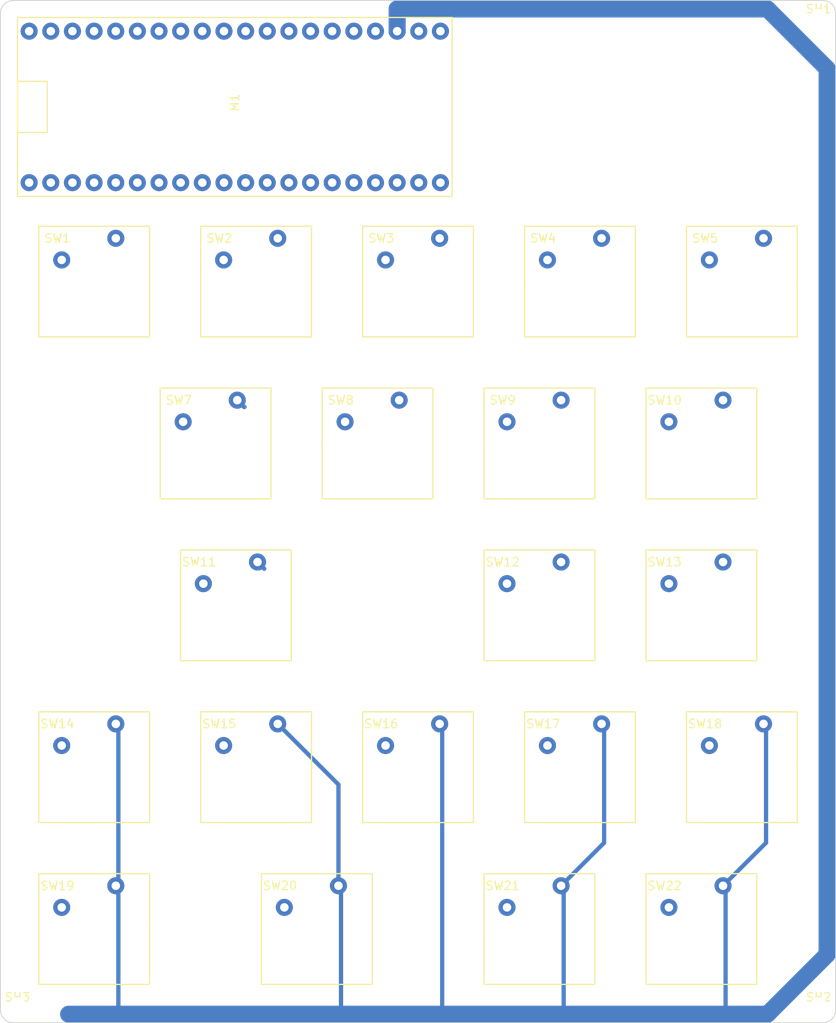
<source format=kicad_pcb>
(kicad_pcb (version 20240108) (generator "pcbnew") (generator_version "8.0")
  (layers (0 "F.Cu" signal) (31 "B.Cu" signal) (34 "B.Paste" user) (35 "F.Paste" user) (36 "B.SilkS" user "B.Silkscreen") (37 "F.SilkS" user "F.Silkscreen") (38 "B.Mask" user) (39 "F.Mask" user) (44 "Edge.Cuts" user))
  (net 0 "")
  (net 1 "GP0")
  (net 2 "GP1")
  (net 3 "GND0")
  (net 4 "GP2")
  (net 5 "GP3")
  (net 6 "GP4")
  (net 7 "GP5")
  (net 8 "GND1")
  (net 9 "GP6")
  (net 10 "GP7")
  (net 11 "GP8")
  (net 12 "GP9")
  (net 13 "GND2")
  (net 14 "GP10")
  (net 15 "GP11")
  (net 16 "GP12")
  (net 17 "GP13")
  (net 18 "GND3")
  (net 19 "GP14")
  (net 20 "GP15")
  (net 21 "GP16")
  (net 22 "GP17")
  (net 23 "GND4")
  (net 24 "GP18")
  (net 25 "GP19")
  (net 26 "GP20")
  (net 27 "GP21")
  (net 28 "GND5")
  (net 29 "GP22")
  (net 30 "RUN")
  (net 31 "GP26")
  (net 32 "GP27")
  (net 33 "GND6")
  (net 34 "GP28")
  (net 35 "VREF")
  (net 36 "3V3")
  (net 37 "3V3_EN")
  (net 38 "GND7")
  (net 39 "VSYS")
  (net 40 "VBUS")
  (footprint "footprint:screwhole" (layer "F.Cu") (at 96 2)
    (property "Reference" "SH1" (at 0 -1 0) (layer "F.SilkS"))
    (property "Value" "SCREW_HOLE" (hide yes))
    (pad "" np_thru_hole circle (at 0 0) (size 2 2) (drill 2) (layers "*.Cu" "*.Mask"))
  )
  (footprint "footprint:keyswitch" (layer "F.Cu") (at 11 33)
    (property "Reference" "SW1" (at -4.318 -5.08 0) (layer "F.SilkS"))
    (property "Value" "SW_Push" (hide yes))
    (fp_line (start -6.5 -6.5) (end 6.5 -6.5) (stroke (width 0.15)) (layer "F.SilkS"))
    (fp_line (start -6.5 6.5) (end -6.5 -6.5) (stroke (width 0.15)) (layer "F.SilkS"))
    (fp_line (start 6.5 -6.5) (end 6.5 6.5) (stroke (width 0.15)) (layer "F.SilkS"))
    (fp_line (start 6.5 6.5) (end -6.5 6.5) (stroke (width 0.15)) (layer "F.SilkS"))
    (pad "" np_thru_hole circle (at -5.08 0) (size 1.8 1.8) (drill 1.8) (layers "*.Cu" "*.Mask"))
    (pad "" np_thru_hole circle (at 0 0) (size 4 4) (drill 4) (layers "*.Cu" "*.Mask"))
    (pad "" np_thru_hole circle (at 5.08 0) (size 1.8 1.8) (drill 1.8) (layers "*.Cu" "*.Mask"))
    (pad "1" thru_hole circle (at -3.81 -2.54) (size 2 2) (drill 1) (layers "*.Cu" "*.Mask") (net 6 "GP4"))
    (pad "2" thru_hole circle (at 2.54 -5.08) (size 2 2) (drill 1) (layers "*.Cu" "*.Mask") (net 23 "GND4"))
  )
  (footprint "footprint:keyswitch" (layer "F.Cu") (at 30 33)
    (property "Reference" "SW2" (at -4.318 -5.08 0) (layer "F.SilkS"))
    (property "Value" "SW_Push" (hide yes))
    (fp_line (start -6.5 -6.5) (end 6.5 -6.5) (stroke (width 0.15)) (layer "F.SilkS"))
    (fp_line (start -6.5 6.5) (end -6.5 -6.5) (stroke (width 0.15)) (layer "F.SilkS"))
    (fp_line (start 6.5 -6.5) (end 6.5 6.5) (stroke (width 0.15)) (layer "F.SilkS"))
    (fp_line (start 6.5 6.5) (end -6.5 6.5) (stroke (width 0.15)) (layer "F.SilkS"))
    (pad "" np_thru_hole circle (at -5.08 0) (size 1.8 1.8) (drill 1.8) (layers "*.Cu" "*.Mask"))
    (pad "" np_thru_hole circle (at 0 0) (size 4 4) (drill 4) (layers "*.Cu" "*.Mask"))
    (pad "" np_thru_hole circle (at 5.08 0) (size 1.8 1.8) (drill 1.8) (layers "*.Cu" "*.Mask"))
    (pad "1" thru_hole circle (at -3.81 -2.54) (size 2 2) (drill 1) (layers "*.Cu" "*.Mask") (net 12 "GP9"))
    (pad "2" thru_hole circle (at 2.54 -5.08) (size 2 2) (drill 1) (layers "*.Cu" "*.Mask") (net 23 "GND4"))
  )
  (footprint "footprint:pipico" (layer "F.Cu") (at 27.5 12.5)
    (property "Reference" "M1" (at 0 -0.5 -90) (layer "F.SilkS"))
    (property "Value" "RasPiPico" (hide yes))
    (fp_line (start -25.5 -10.5) (end -25.5 10.5) (stroke (width 0.15)) (layer "F.SilkS"))
    (fp_line (start -25.5 -3) (end -25.5 3) (stroke (width 0.15)) (layer "F.SilkS"))
    (fp_line (start -25.5 3) (end -22 3) (stroke (width 0.15)) (layer "F.SilkS"))
    (fp_line (start -25.5 10.5) (end 25.5 10.5) (stroke (width 0.15)) (layer "F.SilkS"))
    (fp_line (start -22 -3) (end -25.5 -3) (stroke (width 0.15)) (layer "F.SilkS"))
    (fp_line (start -22 3) (end -22 -3) (stroke (width 0.15)) (layer "F.SilkS"))
    (fp_line (start 25.5 -10.5) (end -25.5 -10.5) (stroke (width 0.15)) (layer "F.SilkS"))
    (fp_line (start 25.5 10.5) (end 25.5 -10.5) (stroke (width 0.15)) (layer "F.SilkS"))
    (pad "1" thru_hole circle (at -24.13 8.89 270) (size 2 2) (drill 1) (layers "*.Cu" "*.Mask") (net 1 "GP0"))
    (pad "2" thru_hole circle (at -21.59 8.89 270) (size 2 2) (drill 1) (layers "*.Cu" "*.Mask") (net 2 "GP1"))
    (pad "3" thru_hole circle (at -19.05 8.89 270) (size 2 2) (drill 1) (layers "*.Cu" "*.Mask") (net 3 "GND0"))
    (pad "4" thru_hole circle (at -16.51 8.89 270) (size 2 2) (drill 1) (layers "*.Cu" "*.Mask") (net 4 "GP2"))
    (pad "5" thru_hole circle (at -13.97 8.89 270) (size 2 2) (drill 1) (layers "*.Cu" "*.Mask") (net 5 "GP3"))
    (pad "6" thru_hole circle (at -11.43 8.89 270) (size 2 2) (drill 1) (layers "*.Cu" "*.Mask") (net 6 "GP4"))
    (pad "7" thru_hole circle (at -8.89 8.89 270) (size 2 2) (drill 1) (layers "*.Cu" "*.Mask") (net 7 "GP5"))
    (pad "8" thru_hole circle (at -6.35 8.89 270) (size 2 2) (drill 1) (layers "*.Cu" "*.Mask") (net 8 "GND1"))
    (pad "9" thru_hole circle (at -3.81 8.89 270) (size 2 2) (drill 1) (layers "*.Cu" "*.Mask") (net 9 "GP6"))
    (pad "10" thru_hole circle (at -1.27 8.89 270) (size 2 2) (drill 1) (layers "*.Cu" "*.Mask") (net 10 "GP7"))
    (pad "11" thru_hole circle (at 1.27 8.89 270) (size 2 2) (drill 1) (layers "*.Cu" "*.Mask") (net 11 "GP8"))
    (pad "12" thru_hole circle (at 3.81 8.89 270) (size 2 2) (drill 1) (layers "*.Cu" "*.Mask") (net 12 "GP9"))
    (pad "13" thru_hole circle (at 6.35 8.89 270) (size 2 2) (drill 1) (layers "*.Cu" "*.Mask") (net 13 "GND2"))
    (pad "14" thru_hole circle (at 8.89 8.89 270) (size 2 2) (drill 1) (layers "*.Cu" "*.Mask") (net 14 "GP10"))
    (pad "15" thru_hole circle (at 11.43 8.89 270) (size 2 2) (drill 1) (layers "*.Cu" "*.Mask") (net 15 "GP11"))
    (pad "16" thru_hole circle (at 13.97 8.89 270) (size 2 2) (drill 1) (layers "*.Cu" "*.Mask") (net 16 "GP12"))
    (pad "17" thru_hole circle (at 16.51 8.898 270) (size 2 2) (drill 1) (layers "*.Cu" "*.Mask") (net 17 "GP13"))
    (pad "18" thru_hole circle (at 19.05 8.89 270) (size 2 2) (drill 1) (layers "*.Cu" "*.Mask") (net 18 "GND3"))
    (pad "19" thru_hole circle (at 21.59 8.89 270) (size 2 2) (drill 1) (layers "*.Cu" "*.Mask") (net 19 "GP14"))
    (pad "20" thru_hole circle (at 24.13 8.89 270) (size 2 2) (drill 1) (layers "*.Cu" "*.Mask") (net 20 "GP15"))
    (pad "21" thru_hole circle (at 24.13 -8.89 270) (size 2 2) (drill 1) (layers "*.Cu" "*.Mask") (net 21 "GP16"))
    (pad "22" thru_hole circle (at 21.59 -8.89 270) (size 2 2) (drill 1) (layers "*.Cu" "*.Mask") (net 22 "GP17"))
    (pad "23" thru_hole circle (at 19.05 -8.89 270) (size 2 2) (drill 1) (layers "*.Cu" "*.Mask") (net 23 "GND4"))
    (pad "24" thru_hole circle (at 16.51 -8.89 270) (size 2 2) (drill 1) (layers "*.Cu" "*.Mask") (net 24 "GP18"))
    (pad "25" thru_hole circle (at 13.97 -8.89 270) (size 2 2) (drill 1) (layers "*.Cu" "*.Mask") (net 25 "GP19"))
    (pad "26" thru_hole circle (at 11.43 -8.89 270) (size 2 2) (drill 1) (layers "*.Cu" "*.Mask") (net 26 "GP20"))
    (pad "27" thru_hole circle (at 8.89 -8.89 270) (size 2 2) (drill 1) (layers "*.Cu" "*.Mask") (net 27 "GP21"))
    (pad "28" thru_hole circle (at 6.35 -8.89 270) (size 2 2) (drill 1) (layers "*.Cu" "*.Mask") (net 28 "GND5"))
    (pad "29" thru_hole circle (at 3.81 -8.89 270) (size 2 2) (drill 1) (layers "*.Cu" "*.Mask") (net 29 "GP22"))
    (pad "30" thru_hole circle (at 1.27 -8.89 270) (size 2 2) (drill 1) (layers "*.Cu" "*.Mask") (net 30 "RUN"))
    (pad "31" thru_hole circle (at -1.27 -8.89 270) (size 2 2) (drill 1) (layers "*.Cu" "*.Mask") (net 31 "GP26"))
    (pad "32" thru_hole circle (at -3.81 -8.89 270) (size 2 2) (drill 1) (layers "*.Cu" "*.Mask") (net 32 "GP27"))
    (pad "33" thru_hole circle (at -6.35 -8.89 270) (size 2 2) (drill 1) (layers "*.Cu" "*.Mask") (net 33 "GND6"))
    (pad "34" thru_hole circle (at -8.89 -8.89 270) (size 2 2) (drill 1) (layers "*.Cu" "*.Mask") (net 34 "GP28"))
    (pad "35" thru_hole circle (at -11.43 -8.89 270) (size 2 2) (drill 1) (layers "*.Cu" "*.Mask") (net 35 "VREF"))
    (pad "36" thru_hole circle (at -13.97 -8.89 270) (size 2 2) (drill 1) (layers "*.Cu" "*.Mask") (net 36 "3V3"))
    (pad "37" thru_hole circle (at -16.51 -8.89 270) (size 2 2) (drill 1) (layers "*.Cu" "*.Mask") (net 37 "3V3_EN"))
    (pad "38" thru_hole circle (at -19.05 -8.89 270) (size 2 2) (drill 1) (layers "*.Cu" "*.Mask") (net 38 "GND7"))
    (pad "39" thru_hole circle (at -21.59 -8.89 270) (size 2 2) (drill 1) (layers "*.Cu" "*.Mask") (net 39 "VSYS"))
    (pad "40" thru_hole circle (at -24.13 -8.89 270) (size 2 2) (drill 1) (layers "*.Cu" "*.Mask") (net 40 "VBUS"))
  )
  (footprint "footprint:keyswitch" (layer "F.Cu") (at 49 33)
    (property "Reference" "SW3" (at -4.318 -5.08 0) (layer "F.SilkS"))
    (property "Value" "SW_Push" (hide yes))
    (fp_line (start -6.5 -6.5) (end 6.5 -6.5) (stroke (width 0.15)) (layer "F.SilkS"))
    (fp_line (start -6.5 6.5) (end -6.5 -6.5) (stroke (width 0.15)) (layer "F.SilkS"))
    (fp_line (start 6.5 -6.5) (end 6.5 6.5) (stroke (width 0.15)) (layer "F.SilkS"))
    (fp_line (start 6.5 6.5) (end -6.5 6.5) (stroke (width 0.15)) (layer "F.SilkS"))
    (pad "" np_thru_hole circle (at -5.08 0) (size 1.8 1.8) (drill 1.8) (layers "*.Cu" "*.Mask"))
    (pad "" np_thru_hole circle (at 0 0) (size 4 4) (drill 4) (layers "*.Cu" "*.Mask"))
    (pad "" np_thru_hole circle (at 5.08 0) (size 1.8 1.8) (drill 1.8) (layers "*.Cu" "*.Mask"))
    (pad "1" thru_hole circle (at -3.81 -2.54) (size 2 2) (drill 1) (layers "*.Cu" "*.Mask") (net 19 "GP14"))
    (pad "2" thru_hole circle (at 2.54 -5.08) (size 2 2) (drill 1) (layers "*.Cu" "*.Mask") (net 23 "GND4"))
  )
  (footprint "footprint:keyswitch" (layer "F.Cu") (at 37.125 109)
    (property "Reference" "SW20" (at -4.318 -5.08 0) (layer "F.SilkS"))
    (property "Value" "SW_Push" (hide yes))
    (fp_line (start -6.5 -6.5) (end 6.5 -6.5) (stroke (width 0.15)) (layer "F.SilkS"))
    (fp_line (start -6.5 6.5) (end -6.5 -6.5) (stroke (width 0.15)) (layer "F.SilkS"))
    (fp_line (start 6.5 -6.5) (end 6.5 6.5) (stroke (width 0.15)) (layer "F.SilkS"))
    (fp_line (start 6.5 6.5) (end -6.5 6.5) (stroke (width 0.15)) (layer "F.SilkS"))
    (pad "" np_thru_hole circle (at -5.08 0) (size 1.8 1.8) (drill 1.8) (layers "*.Cu" "*.Mask"))
    (pad "" np_thru_hole circle (at 0 0) (size 4 4) (drill 4) (layers "*.Cu" "*.Mask"))
    (pad "" np_thru_hole circle (at 5.08 0) (size 1.8 1.8) (drill 1.8) (layers "*.Cu" "*.Mask"))
    (pad "1" thru_hole circle (at -3.81 -2.54) (size 2 2) (drill 1) (layers "*.Cu" "*.Mask") (net 7 "GP5"))
    (pad "2" thru_hole circle (at 2.54 -5.08) (size 2 2) (drill 1) (layers "*.Cu" "*.Mask") (net 23 "GND4"))
  )
  (footprint "footprint:keyswitch" (layer "F.Cu") (at 87 33)
    (property "Reference" "SW5" (at -4.318 -5.08 0) (layer "F.SilkS"))
    (property "Value" "SW_Push" (hide yes))
    (fp_line (start -6.5 -6.5) (end 6.5 -6.5) (stroke (width 0.15)) (layer "F.SilkS"))
    (fp_line (start -6.5 6.5) (end -6.5 -6.5) (stroke (width 0.15)) (layer "F.SilkS"))
    (fp_line (start 6.5 -6.5) (end 6.5 6.5) (stroke (width 0.15)) (layer "F.SilkS"))
    (fp_line (start 6.5 6.5) (end -6.5 6.5) (stroke (width 0.15)) (layer "F.SilkS"))
    (pad "" np_thru_hole circle (at -5.08 0) (size 1.8 1.8) (drill 1.8) (layers "*.Cu" "*.Mask"))
    (pad "" np_thru_hole circle (at 0 0) (size 4 4) (drill 4) (layers "*.Cu" "*.Mask"))
    (pad "" np_thru_hole circle (at 5.08 0) (size 1.8 1.8) (drill 1.8) (layers "*.Cu" "*.Mask"))
    (pad "1" thru_hole circle (at -3.81 -2.54) (size 2 2) (drill 1) (layers "*.Cu" "*.Mask") (net 21 "GP16"))
    (pad "2" thru_hole circle (at 2.54 -5.08) (size 2 2) (drill 1) (layers "*.Cu" "*.Mask") (net 23 "GND4"))
  )
  (footprint "footprint:keyswitch" (layer "F.Cu") (at 82.25 71)
    (property "Reference" "SW13" (at -4.318 -5.08 0) (layer "F.SilkS"))
    (property "Value" "SW_Push" (hide yes))
    (fp_line (start -6.5 -6.5) (end 6.5 -6.5) (stroke (width 0.15)) (layer "F.SilkS"))
    (fp_line (start -6.5 6.5) (end -6.5 -6.5) (stroke (width 0.15)) (layer "F.SilkS"))
    (fp_line (start 6.5 -6.5) (end 6.5 6.5) (stroke (width 0.15)) (layer "F.SilkS"))
    (fp_line (start 6.5 6.5) (end -6.5 6.5) (stroke (width 0.15)) (layer "F.SilkS"))
    (pad "" np_thru_hole circle (at -5.08 0) (size 1.8 1.8) (drill 1.8) (layers "*.Cu" "*.Mask"))
    (pad "" np_thru_hole circle (at 0 0) (size 4 4) (drill 4) (layers "*.Cu" "*.Mask"))
    (pad "" np_thru_hole circle (at 5.08 0) (size 1.8 1.8) (drill 1.8) (layers "*.Cu" "*.Mask"))
    (pad "1" thru_hole circle (at -3.81 -2.54) (size 2 2) (drill 1) (layers "*.Cu" "*.Mask") (net 24 "GP18"))
    (pad "2" thru_hole circle (at 2.54 -5.08) (size 2 2) (drill 1) (layers "*.Cu" "*.Mask") (net 23 "GND4"))
  )
  (footprint "footprint:keyswitch" (layer "F.Cu") (at 11 109)
    (property "Reference" "SW19" (at -4.318 -5.08 0) (layer "F.SilkS"))
    (property "Value" "SW_Push" (hide yes))
    (fp_line (start -6.5 -6.5) (end 6.5 -6.5) (stroke (width 0.15)) (layer "F.SilkS"))
    (fp_line (start -6.5 6.5) (end -6.5 -6.5) (stroke (width 0.15)) (layer "F.SilkS"))
    (fp_line (start 6.5 -6.5) (end 6.5 6.5) (stroke (width 0.15)) (layer "F.SilkS"))
    (fp_line (start 6.5 6.5) (end -6.5 6.5) (stroke (width 0.15)) (layer "F.SilkS"))
    (pad "" np_thru_hole circle (at -5.08 0) (size 1.8 1.8) (drill 1.8) (layers "*.Cu" "*.Mask"))
    (pad "" np_thru_hole circle (at 0 0) (size 4 4) (drill 4) (layers "*.Cu" "*.Mask"))
    (pad "" np_thru_hole circle (at 5.08 0) (size 1.8 1.8) (drill 1.8) (layers "*.Cu" "*.Mask"))
    (pad "1" thru_hole circle (at -3.81 -2.54) (size 2 2) (drill 1) (layers "*.Cu" "*.Mask") (net 1 "GP0"))
    (pad "2" thru_hole circle (at 2.54 -5.08) (size 2 2) (drill 1) (layers "*.Cu" "*.Mask") (net 23 "GND4"))
  )
  (footprint "footprint:keyswitch" (layer "F.Cu") (at 68 33)
    (property "Reference" "SW4" (at -4.318 -5.08 0) (layer "F.SilkS"))
    (property "Value" "SW_Push" (hide yes))
    (fp_line (start -6.5 -6.5) (end 6.5 -6.5) (stroke (width 0.15)) (layer "F.SilkS"))
    (fp_line (start -6.5 6.5) (end -6.5 -6.5) (stroke (width 0.15)) (layer "F.SilkS"))
    (fp_line (start 6.5 -6.5) (end 6.5 6.5) (stroke (width 0.15)) (layer "F.SilkS"))
    (fp_line (start 6.5 6.5) (end -6.5 6.5) (stroke (width 0.15)) (layer "F.SilkS"))
    (pad "" np_thru_hole circle (at -5.08 0) (size 1.8 1.8) (drill 1.8) (layers "*.Cu" "*.Mask"))
    (pad "" np_thru_hole circle (at 0 0) (size 4 4) (drill 4) (layers "*.Cu" "*.Mask"))
    (pad "" np_thru_hole circle (at 5.08 0) (size 1.8 1.8) (drill 1.8) (layers "*.Cu" "*.Mask"))
    (pad "1" thru_hole circle (at -3.81 -2.54) (size 2 2) (drill 1) (layers "*.Cu" "*.Mask") (net 27 "GP21"))
    (pad "2" thru_hole circle (at 2.54 -5.08) (size 2 2) (drill 1) (layers "*.Cu" "*.Mask") (net 23 "GND4"))
  )
  (footprint "footprint:keyswitch" (layer "F.Cu") (at 49 90)
    (property "Reference" "SW16" (at -4.318 -5.08 0) (layer "F.SilkS"))
    (property "Value" "SW_Push" (hide yes))
    (fp_line (start -6.5 -6.5) (end 6.5 -6.5) (stroke (width 0.15)) (layer "F.SilkS"))
    (fp_line (start -6.5 6.5) (end -6.5 -6.5) (stroke (width 0.15)) (layer "F.SilkS"))
    (fp_line (start 6.5 -6.5) (end 6.5 6.5) (stroke (width 0.15)) (layer "F.SilkS"))
    (fp_line (start 6.5 6.5) (end -6.5 6.5) (stroke (width 0.15)) (layer "F.SilkS"))
    (pad "" np_thru_hole circle (at -5.08 0) (size 1.8 1.8) (drill 1.8) (layers "*.Cu" "*.Mask"))
    (pad "" np_thru_hole circle (at 0 0) (size 4 4) (drill 4) (layers "*.Cu" "*.Mask"))
    (pad "" np_thru_hole circle (at 5.08 0) (size 1.8 1.8) (drill 1.8) (layers "*.Cu" "*.Mask"))
    (pad "1" thru_hole circle (at -3.81 -2.54) (size 2 2) (drill 1) (layers "*.Cu" "*.Mask") (net 15 "GP11"))
    (pad "2" thru_hole circle (at 2.54 -5.08) (size 2 2) (drill 1) (layers "*.Cu" "*.Mask") (net 23 "GND4"))
  )
  (footprint "footprint:keyswitch" (layer "F.Cu") (at 63.25 52)
    (property "Reference" "SW9" (at -4.318 -5.08 0) (layer "F.SilkS"))
    (property "Value" "SW_Push" (hide yes))
    (fp_line (start -6.5 -6.5) (end 6.5 -6.5) (stroke (width 0.15)) (layer "F.SilkS"))
    (fp_line (start -6.5 6.5) (end -6.5 -6.5) (stroke (width 0.15)) (layer "F.SilkS"))
    (fp_line (start 6.5 -6.5) (end 6.5 6.5) (stroke (width 0.15)) (layer "F.SilkS"))
    (fp_line (start 6.5 6.5) (end -6.5 6.5) (stroke (width 0.15)) (layer "F.SilkS"))
    (pad "" np_thru_hole circle (at -5.08 0) (size 1.8 1.8) (drill 1.8) (layers "*.Cu" "*.Mask"))
    (pad "" np_thru_hole circle (at 0 0) (size 4 4) (drill 4) (layers "*.Cu" "*.Mask"))
    (pad "" np_thru_hole circle (at 5.08 0) (size 1.8 1.8) (drill 1.8) (layers "*.Cu" "*.Mask"))
    (pad "1" thru_hole circle (at -3.81 -2.54) (size 2 2) (drill 1) (layers "*.Cu" "*.Mask") (net 29 "GP22"))
    (pad "2" thru_hole circle (at 2.54 -5.08) (size 2 2) (drill 1) (layers "*.Cu" "*.Mask") (net 23 "GND4"))
  )
  (footprint "footprint:keyswitch" (layer "F.Cu") (at 25.25 52)
    (property "Reference" "SW7" (at -4.318 -5.08 0) (layer "F.SilkS"))
    (property "Value" "SW_Push" (hide yes))
    (fp_line (start -6.5 -6.5) (end 6.5 -6.5) (stroke (width 0.15)) (layer "F.SilkS"))
    (fp_line (start -6.5 6.5) (end -6.5 -6.5) (stroke (width 0.15)) (layer "F.SilkS"))
    (fp_line (start 6.5 -6.5) (end 6.5 6.5) (stroke (width 0.15)) (layer "F.SilkS"))
    (fp_line (start 6.5 6.5) (end -6.5 6.5) (stroke (width 0.15)) (layer "F.SilkS"))
    (pad "" np_thru_hole circle (at -5.08 0) (size 1.8 1.8) (drill 1.8) (layers "*.Cu" "*.Mask"))
    (pad "" np_thru_hole circle (at 0 0) (size 4 4) (drill 4) (layers "*.Cu" "*.Mask"))
    (pad "" np_thru_hole circle (at 5.08 0) (size 1.8 1.8) (drill 1.8) (layers "*.Cu" "*.Mask"))
    (pad "1" thru_hole circle (at -3.81 -2.54) (size 2 2) (drill 1) (layers "*.Cu" "*.Mask") (net 11 "GP8"))
    (pad "2" thru_hole circle (at 2.54 -5.08) (size 2 2) (drill 1) (layers "*.Cu" "*.Mask") (net 23 "GND4"))
  )
  (footprint "footprint:keyswitch" (layer "F.Cu") (at 82.25 109)
    (property "Reference" "SW22" (at -4.318 -5.08 0) (layer "F.SilkS"))
    (property "Value" "SW_Push" (hide yes))
    (fp_line (start -6.5 -6.5) (end 6.5 -6.5) (stroke (width 0.15)) (layer "F.SilkS"))
    (fp_line (start -6.5 6.5) (end -6.5 -6.5) (stroke (width 0.15)) (layer "F.SilkS"))
    (fp_line (start 6.5 -6.5) (end 6.5 6.5) (stroke (width 0.15)) (layer "F.SilkS"))
    (fp_line (start 6.5 6.5) (end -6.5 6.5) (stroke (width 0.15)) (layer "F.SilkS"))
    (pad "" np_thru_hole circle (at -5.08 0) (size 1.8 1.8) (drill 1.8) (layers "*.Cu" "*.Mask"))
    (pad "" np_thru_hole circle (at 0 0) (size 4 4) (drill 4) (layers "*.Cu" "*.Mask"))
    (pad "" np_thru_hole circle (at 5.08 0) (size 1.8 1.8) (drill 1.8) (layers "*.Cu" "*.Mask"))
    (pad "1" thru_hole circle (at -3.81 -2.54) (size 2 2) (drill 1) (layers "*.Cu" "*.Mask") (net 26 "GP20"))
    (pad "2" thru_hole circle (at 2.54 -5.08) (size 2 2) (drill 1) (layers "*.Cu" "*.Mask") (net 23 "GND4"))
  )
  (footprint "footprint:keyswitch" (layer "F.Cu") (at 63.25 109)
    (property "Reference" "SW21" (at -4.318 -5.08 0) (layer "F.SilkS"))
    (property "Value" "SW_Push" (hide yes))
    (fp_line (start -6.5 -6.5) (end 6.5 -6.5) (stroke (width 0.15)) (layer "F.SilkS"))
    (fp_line (start -6.5 6.5) (end -6.5 -6.5) (stroke (width 0.15)) (layer "F.SilkS"))
    (fp_line (start 6.5 -6.5) (end 6.5 6.5) (stroke (width 0.15)) (layer "F.SilkS"))
    (fp_line (start 6.5 6.5) (end -6.5 6.5) (stroke (width 0.15)) (layer "F.SilkS"))
    (pad "" np_thru_hole circle (at -5.08 0) (size 1.8 1.8) (drill 1.8) (layers "*.Cu" "*.Mask"))
    (pad "" np_thru_hole circle (at 0 0) (size 4 4) (drill 4) (layers "*.Cu" "*.Mask"))
    (pad "" np_thru_hole circle (at 5.08 0) (size 1.8 1.8) (drill 1.8) (layers "*.Cu" "*.Mask"))
    (pad "1" thru_hole circle (at -3.81 -2.54) (size 2 2) (drill 1) (layers "*.Cu" "*.Mask") (net 34 "GP28"))
    (pad "2" thru_hole circle (at 2.54 -5.08) (size 2 2) (drill 1) (layers "*.Cu" "*.Mask") (net 23 "GND4"))
  )
  (footprint "footprint:keyswitch" (layer "F.Cu") (at 87 90)
    (property "Reference" "SW18" (at -4.318 -5.08 0) (layer "F.SilkS"))
    (property "Value" "SW_Push" (hide yes))
    (fp_line (start -6.5 -6.5) (end 6.5 -6.5) (stroke (width 0.15)) (layer "F.SilkS"))
    (fp_line (start -6.5 6.5) (end -6.5 -6.5) (stroke (width 0.15)) (layer "F.SilkS"))
    (fp_line (start 6.5 -6.5) (end 6.5 6.5) (stroke (width 0.15)) (layer "F.SilkS"))
    (fp_line (start 6.5 6.5) (end -6.5 6.5) (stroke (width 0.15)) (layer "F.SilkS"))
    (pad "" np_thru_hole circle (at -5.08 0) (size 1.8 1.8) (drill 1.8) (layers "*.Cu" "*.Mask"))
    (pad "" np_thru_hole circle (at 0 0) (size 4 4) (drill 4) (layers "*.Cu" "*.Mask"))
    (pad "" np_thru_hole circle (at 5.08 0) (size 1.8 1.8) (drill 1.8) (layers "*.Cu" "*.Mask"))
    (pad "1" thru_hole circle (at -3.81 -2.54) (size 2 2) (drill 1) (layers "*.Cu" "*.Mask") (net 25 "GP19"))
    (pad "2" thru_hole circle (at 2.54 -5.08) (size 2 2) (drill 1) (layers "*.Cu" "*.Mask") (net 23 "GND4"))
  )
  (footprint "footprint:screwhole" (layer "F.Cu") (at 2 118)
    (property "Reference" "SH3" (at 0 -1 0) (layer "F.SilkS"))
    (property "Value" "SCREW_HOLE" (hide yes))
    (pad "" np_thru_hole circle (at 0 0) (size 2 2) (drill 2) (layers "*.Cu" "*.Mask"))
  )
  (footprint "footprint:keyswitch" (layer "F.Cu") (at 30 90)
    (property "Reference" "SW15" (at -4.318 -5.08 0) (layer "F.SilkS"))
    (property "Value" "SW_Push" (hide yes))
    (fp_line (start -6.5 -6.5) (end 6.5 -6.5) (stroke (width 0.15)) (layer "F.SilkS"))
    (fp_line (start -6.5 6.5) (end -6.5 -6.5) (stroke (width 0.15)) (layer "F.SilkS"))
    (fp_line (start 6.5 -6.5) (end 6.5 6.5) (stroke (width 0.15)) (layer "F.SilkS"))
    (fp_line (start 6.5 6.5) (end -6.5 6.5) (stroke (width 0.15)) (layer "F.SilkS"))
    (pad "" np_thru_hole circle (at -5.08 0) (size 1.8 1.8) (drill 1.8) (layers "*.Cu" "*.Mask"))
    (pad "" np_thru_hole circle (at 0 0) (size 4 4) (drill 4) (layers "*.Cu" "*.Mask"))
    (pad "" np_thru_hole circle (at 5.08 0) (size 1.8 1.8) (drill 1.8) (layers "*.Cu" "*.Mask"))
    (pad "1" thru_hole circle (at -3.81 -2.54) (size 2 2) (drill 1) (layers "*.Cu" "*.Mask") (net 9 "GP6"))
    (pad "2" thru_hole circle (at 2.54 -5.08) (size 2 2) (drill 1) (layers "*.Cu" "*.Mask") (net 23 "GND4"))
  )
  (footprint "footprint:keyswitch-with-stabilizer" (layer "F.Cu") (at 27.625 71)
    (property "Reference" "SW11" (at -4.318 -5.08 0) (layer "F.SilkS"))
    (property "Value" "SW_Push" (hide yes))
    (fp_line (start -6.5 -6.5) (end 6.5 -6.5) (stroke (width 0.15)) (layer "F.SilkS"))
    (fp_line (start -6.5 6.5) (end -6.5 -6.5) (stroke (width 0.15)) (layer "F.SilkS"))
    (fp_line (start 6.5 -6.5) (end 6.5 6.5) (stroke (width 0.15)) (layer "F.SilkS"))
    (fp_line (start 6.5 6.5) (end -6.5 6.5) (stroke (width 0.15)) (layer "F.SilkS"))
    (pad "" np_thru_hole oval (at -12 -7.3) (size 3.1 2.4) (drill oval 3.1 2.4) (layers "*.Cu" "*.Mask"))
    (pad "" np_thru_hole oval (at -12 8) (size 3.4 4) (drill oval 3.4 4) (layers "*.Cu" "*.Mask"))
    (pad "" np_thru_hole circle (at -5.08 0) (size 1.8 1.8) (drill 1.8) (layers "*.Cu" "*.Mask"))
    (pad "" np_thru_hole circle (at 0 0) (size 4 4) (drill 4) (layers "*.Cu" "*.Mask"))
    (pad "" np_thru_hole circle (at 5.08 0) (size 1.8 1.8) (drill 1.8) (layers "*.Cu" "*.Mask"))
    (pad "" np_thru_hole oval (at 12 -7.3) (size 3.1 2.4) (drill oval 3.1 2.4) (layers "*.Cu" "*.Mask"))
    (pad "" np_thru_hole oval (at 12 8) (size 3.4 4) (drill oval 3.4 4) (layers "*.Cu" "*.Mask"))
    (pad "1" thru_hole circle (at -3.81 -2.54) (size 2 2) (drill 1) (layers "*.Cu" "*.Mask") (net 10 "GP7"))
    (pad "2" thru_hole circle (at 2.54 -5.08) (size 2 2) (drill 1) (layers "*.Cu" "*.Mask") (net 23 "GND4"))
  )
  (footprint "footprint:keyswitch" (layer "F.Cu") (at 44.25 52)
    (property "Reference" "SW8" (at -4.318 -5.08 0) (layer "F.SilkS"))
    (property "Value" "SW_Push" (hide yes))
    (fp_line (start -6.5 -6.5) (end 6.5 -6.5) (stroke (width 0.15)) (layer "F.SilkS"))
    (fp_line (start -6.5 6.5) (end -6.5 -6.5) (stroke (width 0.15)) (layer "F.SilkS"))
    (fp_line (start 6.5 -6.5) (end 6.5 6.5) (stroke (width 0.15)) (layer "F.SilkS"))
    (fp_line (start 6.5 6.5) (end -6.5 6.5) (stroke (width 0.15)) (layer "F.SilkS"))
    (pad "" np_thru_hole circle (at -5.08 0) (size 1.8 1.8) (drill 1.8) (layers "*.Cu" "*.Mask"))
    (pad "" np_thru_hole circle (at 0 0) (size 4 4) (drill 4) (layers "*.Cu" "*.Mask"))
    (pad "" np_thru_hole circle (at 5.08 0) (size 1.8 1.8) (drill 1.8) (layers "*.Cu" "*.Mask"))
    (pad "1" thru_hole circle (at -3.81 -2.54) (size 2 2) (drill 1) (layers "*.Cu" "*.Mask") (net 17 "GP13"))
    (pad "2" thru_hole circle (at 2.54 -5.08) (size 2 2) (drill 1) (layers "*.Cu" "*.Mask") (net 23 "GND4"))
  )
  (footprint "footprint:screwhole" (layer "F.Cu") (at 96 118)
    (property "Reference" "SH2" (at 0 -1 0) (layer "F.SilkS"))
    (property "Value" "SCREW_HOLE" (hide yes))
    (pad "" np_thru_hole circle (at 0 0) (size 2 2) (drill 2) (layers "*.Cu" "*.Mask"))
  )
  (footprint "footprint:keyswitch" (layer "F.Cu") (at 11 90)
    (property "Reference" "SW14" (at -4.318 -5.08 0) (layer "F.SilkS"))
    (property "Value" "SW_Push" (hide yes))
    (fp_line (start -6.5 -6.5) (end 6.5 -6.5) (stroke (width 0.15)) (layer "F.SilkS"))
    (fp_line (start -6.5 6.5) (end -6.5 -6.5) (stroke (width 0.15)) (layer "F.SilkS"))
    (fp_line (start 6.5 -6.5) (end 6.5 6.5) (stroke (width 0.15)) (layer "F.SilkS"))
    (fp_line (start 6.5 6.5) (end -6.5 6.5) (stroke (width 0.15)) (layer "F.SilkS"))
    (pad "" np_thru_hole circle (at -5.08 0) (size 1.8 1.8) (drill 1.8) (layers "*.Cu" "*.Mask"))
    (pad "" np_thru_hole circle (at 0 0) (size 4 4) (drill 4) (layers "*.Cu" "*.Mask"))
    (pad "" np_thru_hole circle (at 5.08 0) (size 1.8 1.8) (drill 1.8) (layers "*.Cu" "*.Mask"))
    (pad "1" thru_hole circle (at -3.81 -2.54) (size 2 2) (drill 1) (layers "*.Cu" "*.Mask") (net 2 "GP1"))
    (pad "2" thru_hole circle (at 2.54 -5.08) (size 2 2) (drill 1) (layers "*.Cu" "*.Mask") (net 23 "GND4"))
  )
  (footprint "footprint:keyswitch" (layer "F.Cu") (at 63.25 71)
    (property "Reference" "SW12" (at -4.318 -5.08 0) (layer "F.SilkS"))
    (property "Value" "SW_Push" (hide yes))
    (fp_line (start -6.5 -6.5) (end 6.5 -6.5) (stroke (width 0.15)) (layer "F.SilkS"))
    (fp_line (start -6.5 6.5) (end -6.5 -6.5) (stroke (width 0.15)) (layer "F.SilkS"))
    (fp_line (start 6.5 -6.5) (end 6.5 6.5) (stroke (width 0.15)) (layer "F.SilkS"))
    (fp_line (start 6.5 6.5) (end -6.5 6.5) (stroke (width 0.15)) (layer "F.SilkS"))
    (pad "" np_thru_hole circle (at -5.08 0) (size 1.8 1.8) (drill 1.8) (layers "*.Cu" "*.Mask"))
    (pad "" np_thru_hole circle (at 0 0) (size 4 4) (drill 4) (layers "*.Cu" "*.Mask"))
    (pad "" np_thru_hole circle (at 5.08 0) (size 1.8 1.8) (drill 1.8) (layers "*.Cu" "*.Mask"))
    (pad "1" thru_hole circle (at -3.81 -2.54) (size 2 2) (drill 1) (layers "*.Cu" "*.Mask") (net 31 "GP26"))
    (pad "2" thru_hole circle (at 2.54 -5.08) (size 2 2) (drill 1) (layers "*.Cu" "*.Mask") (net 23 "GND4"))
  )
  (footprint "footprint:keyswitch" (layer "F.Cu") (at 68 90)
    (property "Reference" "SW17" (at -4.318 -5.08 0) (layer "F.SilkS"))
    (property "Value" "SW_Push" (hide yes))
    (fp_line (start -6.5 -6.5) (end 6.5 -6.5) (stroke (width 0.15)) (layer "F.SilkS"))
    (fp_line (start -6.5 6.5) (end -6.5 -6.5) (stroke (width 0.15)) (layer "F.SilkS"))
    (fp_line (start 6.5 -6.5) (end 6.5 6.5) (stroke (width 0.15)) (layer "F.SilkS"))
    (fp_line (start 6.5 6.5) (end -6.5 6.5) (stroke (width 0.15)) (layer "F.SilkS"))
    (pad "" np_thru_hole circle (at -5.08 0) (size 1.8 1.8) (drill 1.8) (layers "*.Cu" "*.Mask"))
    (pad "" np_thru_hole circle (at 0 0) (size 4 4) (drill 4) (layers "*.Cu" "*.Mask"))
    (pad "" np_thru_hole circle (at 5.08 0) (size 1.8 1.8) (drill 1.8) (layers "*.Cu" "*.Mask"))
    (pad "1" thru_hole circle (at -3.81 -2.54) (size 2 2) (drill 1) (layers "*.Cu" "*.Mask") (net 32 "GP27"))
    (pad "2" thru_hole circle (at 2.54 -5.08) (size 2 2) (drill 1) (layers "*.Cu" "*.Mask") (net 23 "GND4"))
  )
  (footprint "footprint:keyswitch" (layer "F.Cu") (at 82.25 52)
    (property "Reference" "SW10" (at -4.318 -5.08 0) (layer "F.SilkS"))
    (property "Value" "SW_Push" (hide yes))
    (fp_line (start -6.5 -6.5) (end 6.5 -6.5) (stroke (width 0.15)) (layer "F.SilkS"))
    (fp_line (start -6.5 6.5) (end -6.5 -6.5) (stroke (width 0.15)) (layer "F.SilkS"))
    (fp_line (start 6.5 -6.5) (end 6.5 6.5) (stroke (width 0.15)) (layer "F.SilkS"))
    (fp_line (start 6.5 6.5) (end -6.5 6.5) (stroke (width 0.15)) (layer "F.SilkS"))
    (pad "" np_thru_hole circle (at -5.08 0) (size 1.8 1.8) (drill 1.8) (layers "*.Cu" "*.Mask"))
    (pad "" np_thru_hole circle (at 0 0) (size 4 4) (drill 4) (layers "*.Cu" "*.Mask"))
    (pad "" np_thru_hole circle (at 5.08 0) (size 1.8 1.8) (drill 1.8) (layers "*.Cu" "*.Mask"))
    (pad "1" thru_hole circle (at -3.81 -2.54) (size 2 2) (drill 1) (layers "*.Cu" "*.Mask") (net 22 "GP17"))
    (pad "2" thru_hole circle (at 2.54 -5.08) (size 2 2) (drill 1) (layers "*.Cu" "*.Mask") (net 23 "GND4"))
  )
  (gr_arc (start 98 118.5) (mid 97.56066 119.56066) (end 96.5 120) (stroke (width 0.1)) (layer "Edge.Cuts"))
  (gr_arc (start 96.5 0) (mid 97.56066 0.43934) (end 98 1.5) (stroke (width 0.1)) (layer "Edge.Cuts"))
  (gr_line (start 1.5 120) (end 96.5 120) (stroke (width 0.1)) (layer "Edge.Cuts"))
  (gr_arc (start 1.5 120) (mid 0.43934 119.56066) (end 0 118.5) (stroke (width 0.1)) (layer "Edge.Cuts"))
  (gr_line (start 0 1.5) (end 0 118.5) (stroke (width 0.1)) (layer "Edge.Cuts"))
  (gr_line (start 96.5 0) (end 1.5 0) (stroke (width 0.1)) (layer "Edge.Cuts"))
  (gr_line (start 98 118.5) (end 98 1.5) (stroke (width 0.1)) (layer "Edge.Cuts"))
  (gr_arc (start 0 1.5) (mid 0.43934 0.43934) (end 1.5 0) (stroke (width 0.1)) (layer "Edge.Cuts"))
  (segment (start 13.54 119) (end 13.839 118.701) (width 0.5) (layer "B.Cu") (net 23))
  (segment (start 84.79 103.92) (end 89.839 98.871) (width 0.5) (layer "B.Cu") (net 23))
  (segment (start 13.54 27.92) (end 13.839 28.219) (width 0.5) (layer "B.Cu") (net 23))
  (segment (start 70.839 98.871) (end 70.839 85.219) (width 0.5) (layer "B.Cu") (net 23))
  (segment (start 13.839 118.701) (end 13.839 104.219) (width 0.5) (layer "B.Cu") (net 23))
  (segment (start 13.54 103.92) (end 13.839 103.621) (width 0.5) (layer "B.Cu") (net 23))
  (segment (start 32.839 28.219) (end 32.54 27.92) (width 0.5) (layer "B.Cu") (net 23))
  (segment (start 39.964 104.219) (end 39.665 103.92) (width 0.5) (layer "B.Cu") (net 23))
  (segment (start 13.839 104.219) (end 13.54 103.92) (width 0.5) (layer "B.Cu") (net 23))
  (segment (start 84.79 119) (end 85.089 118.701) (width 0.5) (layer "B.Cu") (net 23))
  (segment (start 13.839 85.219) (end 13.54 84.92) (width 0.5) (layer "B.Cu") (net 23))
  (segment (start 51.54 119) (end 51.839 118.701) (width 0.5) (layer "B.Cu") (net 23))
  (segment (start 27.79 46.92) (end 28.5873 47.7173) (width 0.5) (layer "B.Cu") (net 23))
  (segment (start 70.839 28.219) (end 70.54 27.92) (width 0.5) (layer "B.Cu") (net 23))
  (segment (start 90 119) (end 8 119) (width 2) (layer "B.Cu") (net 23))
  (segment (start 39.665 103.92) (end 39.665 92.045) (width 0.5) (layer "B.Cu") (net 23))
  (segment (start 66.089 118.701) (end 66.089 104.219) (width 0.5) (layer "B.Cu") (net 23))
  (segment (start 84.79 65.92) (end 85.089 65.621) (width 0.5) (layer "B.Cu") (net 23))
  (segment (start 39.964 118.701) (end 39.964 104.219) (width 0.5) (layer "B.Cu") (net 23))
  (segment (start 85.089 118.701) (end 85.089 104.219) (width 0.5) (layer "B.Cu") (net 23))
  (segment (start 51.839 85.219) (end 51.54 84.92) (width 0.5) (layer "B.Cu") (net 23))
  (segment (start 51.839 28.219) (end 51.54 27.92) (width 0.5) (layer "B.Cu") (net 23))
  (segment (start 89.839 28.219) (end 89.54 27.92) (width 0.5) (layer "B.Cu") (net 23))
  (segment (start 30.9623 66.7173) (end 30.165 65.92) (width 0.5) (layer "B.Cu") (net 23))
  (segment (start 28.5873 47.7173) (end 28.6442 47.7173) (width 0.5) (layer "B.Cu") (net 23))
  (segment (start 66.089 104.219) (end 65.79 103.92) (width 0.5) (layer "B.Cu") (net 23))
  (segment (start 65.79 65.92) (end 66.089 65.621) (width 0.5) (layer "B.Cu") (net 23))
  (segment (start 89.839 85.219) (end 89.54 84.92) (width 0.5) (layer "B.Cu") (net 23))
  (segment (start 39.665 119) (end 39.964 118.701) (width 0.5) (layer "B.Cu") (net 23))
  (segment (start 30.165 65.92) (end 30.4225 66.1775) (width 0.5) (layer "B.Cu") (net 23))
  (segment (start 70.839 85.219) (end 70.54 84.92) (width 0.5) (layer "B.Cu") (net 23))
  (segment (start 97 8) (end 97 112) (width 2) (layer "B.Cu") (net 23))
  (segment (start 13.839 103.621) (end 13.839 85.219) (width 0.5) (layer "B.Cu") (net 23))
  (segment (start 89.839 98.871) (end 89.839 85.219) (width 0.5) (layer "B.Cu") (net 23))
  (segment (start 85.089 47.219) (end 84.79 46.92) (width 0.5) (layer "B.Cu") (net 23))
  (segment (start 39.665 92.045) (end 32.54 84.92) (width 0.5) (layer "B.Cu") (net 23))
  (segment (start 46.55 1) (end 90 1) (width 2) (layer "B.Cu") (net 23))
  (segment (start 85.089 104.219) (end 84.79 103.92) (width 0.5) (layer "B.Cu") (net 23))
  (segment (start 66.089 47.219) (end 65.79 46.92) (width 0.5) (layer "B.Cu") (net 23))
  (segment (start 51.839 118.701) (end 51.839 85.219) (width 0.5) (layer "B.Cu") (net 23))
  (segment (start 65.79 119) (end 66.089 118.701) (width 0.5) (layer "B.Cu") (net 23))
  (segment (start 46.55 3.61) (end 46.55 1) (width 2) (layer "B.Cu") (net 23))
  (segment (start 97 112) (end 90 119) (width 2) (layer "B.Cu") (net 23))
  (segment (start 65.79 103.92) (end 70.839 98.871) (width 0.5) (layer "B.Cu") (net 23))
  (segment (start 90 1) (end 97 8) (width 2) (layer "B.Cu") (net 23))
)
</source>
